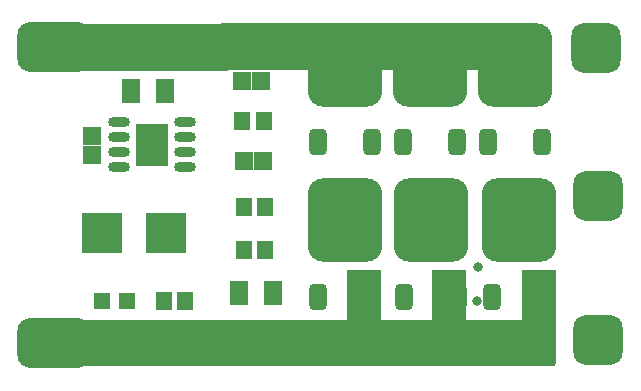
<source format=gts>
G04*
G04 #@! TF.GenerationSoftware,Altium Limited,Altium Designer,20.0.13 (296)*
G04*
G04 Layer_Color=8388736*
%FSLAX44Y44*%
%MOMM*%
G71*
G01*
G75*
%ADD29C,4.0000*%
%ADD30R,2.9000X8.0750*%
%ADD31R,44.0500X3.9250*%
G04:AMPARAMS|DCode=32|XSize=1.4732mm|YSize=2.2352mm|CornerRadius=0.3556mm|HoleSize=0mm|Usage=FLASHONLY|Rotation=0.000|XOffset=0mm|YOffset=0mm|HoleType=Round|Shape=RoundedRectangle|*
%AMROUNDEDRECTD32*
21,1,1.4732,1.5240,0,0,0.0*
21,1,0.7620,2.2352,0,0,0.0*
1,1,0.7112,0.3810,-0.7620*
1,1,0.7112,-0.3810,-0.7620*
1,1,0.7112,-0.3810,0.7620*
1,1,0.7112,0.3810,0.7620*
%
%ADD32ROUNDEDRECTD32*%
G04:AMPARAMS|DCode=33|XSize=6.2992mm|YSize=7.0612mm|CornerRadius=1.3208mm|HoleSize=0mm|Usage=FLASHONLY|Rotation=0.000|XOffset=0mm|YOffset=0mm|HoleType=Round|Shape=RoundedRectangle|*
%AMROUNDEDRECTD33*
21,1,6.2992,4.4196,0,0,0.0*
21,1,3.6576,7.0612,0,0,0.0*
1,1,2.6416,1.8288,-2.2098*
1,1,2.6416,-1.8288,-2.2098*
1,1,2.6416,-1.8288,2.2098*
1,1,2.6416,1.8288,2.2098*
%
%ADD33ROUNDEDRECTD33*%
%ADD34R,2.7632X3.6532*%
%ADD35O,1.8532X0.8532*%
%ADD36R,1.4032X1.6032*%
%ADD37R,3.4032X3.3532*%
%ADD38R,1.4032X1.4032*%
%ADD39R,1.5032X2.0032*%
%ADD40R,1.6032X1.5032*%
G04:AMPARAMS|DCode=41|XSize=4.2032mm|YSize=4.2032mm|CornerRadius=1.1016mm|HoleSize=0mm|Usage=FLASHONLY|Rotation=90.000|XOffset=0mm|YOffset=0mm|HoleType=Round|Shape=RoundedRectangle|*
%AMROUNDEDRECTD41*
21,1,4.2032,2.0000,0,0,90.0*
21,1,2.0000,4.2032,0,0,90.0*
1,1,2.2032,1.0000,1.0000*
1,1,2.2032,1.0000,-1.0000*
1,1,2.2032,-1.0000,-1.0000*
1,1,2.2032,-1.0000,1.0000*
%
%ADD41ROUNDEDRECTD41*%
G04:AMPARAMS|DCode=42|XSize=4.2032mm|YSize=6.2032mm|CornerRadius=1.1016mm|HoleSize=0mm|Usage=FLASHONLY|Rotation=90.000|XOffset=0mm|YOffset=0mm|HoleType=Round|Shape=RoundedRectangle|*
%AMROUNDEDRECTD42*
21,1,4.2032,4.0000,0,0,90.0*
21,1,2.0000,6.2032,0,0,90.0*
1,1,2.2032,2.0000,1.0000*
1,1,2.2032,2.0000,-1.0000*
1,1,2.2032,-2.0000,-1.0000*
1,1,2.2032,-2.0000,1.0000*
%
%ADD42ROUNDEDRECTD42*%
%ADD43R,1.5032X1.6032*%
%ADD44C,0.8032*%
D29*
X846887Y855250D02*
X848367Y856730D01*
X1098250D01*
X704250Y855250D02*
X846887D01*
D30*
X1114250Y626875D02*
D03*
X1038750D02*
D03*
X966500Y627125D02*
D03*
D31*
X908250Y604875D02*
D03*
D32*
X927390Y775230D02*
D03*
X973110D02*
D03*
X1045360D02*
D03*
X999640D02*
D03*
X973360Y644250D02*
D03*
X927640Y644250D02*
D03*
X1045610Y644250D02*
D03*
X999890D02*
D03*
X1117360Y775230D02*
D03*
X1071640D02*
D03*
X1120470Y644250D02*
D03*
X1074750D02*
D03*
D33*
X950250Y840000D02*
D03*
X1022500D02*
D03*
X950500Y709020D02*
D03*
X1022750D02*
D03*
X1094500Y840000D02*
D03*
X1097610Y709020D02*
D03*
D34*
X787000Y772750D02*
D03*
D35*
X815250Y753700D02*
D03*
X815250Y766400D02*
D03*
X815250Y779100D02*
D03*
Y791800D02*
D03*
X758750Y753700D02*
D03*
Y766400D02*
D03*
Y779100D02*
D03*
Y791800D02*
D03*
D36*
X863500Y793250D02*
D03*
X881500D02*
D03*
X797000Y640750D02*
D03*
X815000D02*
D03*
X883000Y683750D02*
D03*
X865000D02*
D03*
X883000Y720250D02*
D03*
X865000D02*
D03*
D37*
X744500Y698000D02*
D03*
X799000D02*
D03*
D38*
X766000Y640750D02*
D03*
X745000D02*
D03*
D39*
X769250Y818500D02*
D03*
X798250D02*
D03*
X860750Y647000D02*
D03*
X889750D02*
D03*
D40*
X736250Y764250D02*
D03*
X736250Y780250D02*
D03*
D41*
X1162750Y854750D02*
D03*
X1164500Y729500D02*
D03*
X1164750Y607250D02*
D03*
D42*
X703750Y604750D02*
D03*
X704250Y855250D02*
D03*
D43*
X879250Y827000D02*
D03*
X863250D02*
D03*
X880750Y759250D02*
D03*
X864750D02*
D03*
D44*
X1061750Y640500D02*
D03*
X1063250Y669500D02*
D03*
X792500Y761750D02*
D03*
X781500D02*
D03*
Y772750D02*
D03*
X792500D02*
D03*
Y783750D02*
D03*
X781500D02*
D03*
M02*

</source>
